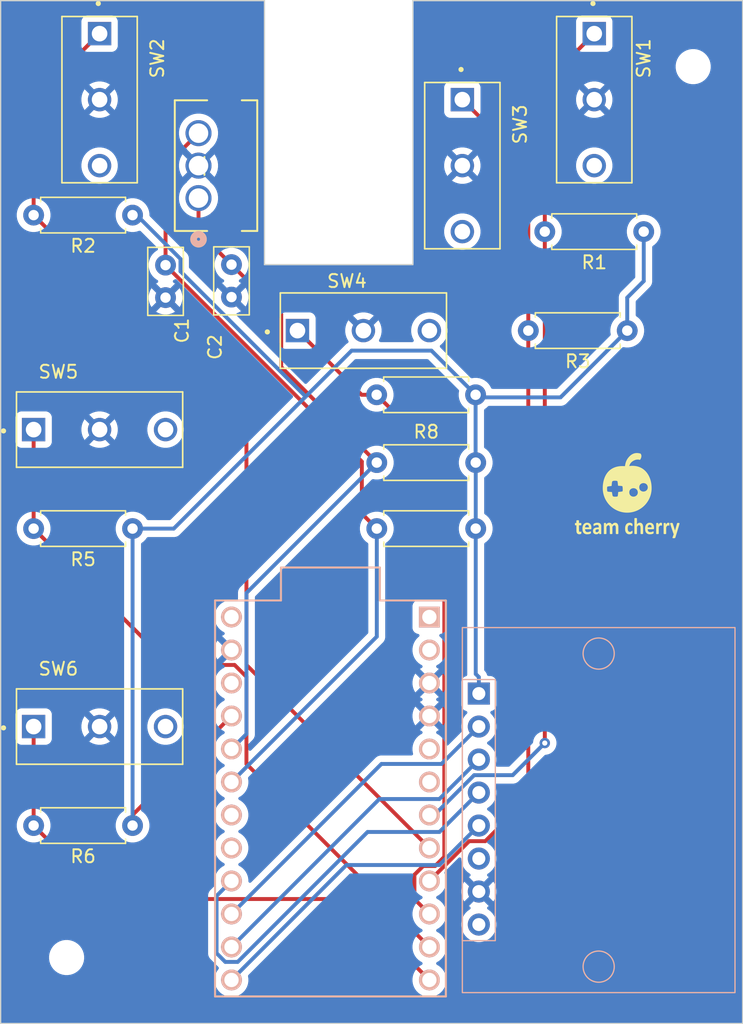
<source format=kicad_pcb>
(kicad_pcb (version 20241229) (generator "pcbnew") (generator_version "9.0")
  (layers (0 "F.Cu" signal) (2 "B.Cu" signal) (13 "F.Paste" user) (15 "B.Paste" user) (5 "F.SilkS" user "F.Silkscreen") (7 "B.SilkS" user "B.Silkscreen") (1 "F.Mask" user) (3 "B.Mask" user) (25 "Edge.Cuts" user))
  (net 0 "")
  (net 1 "GND")
  (net 2 "Net-(U1-F5)")
  (net 3 "Net-(U1-F4)")
  (net 4 "/IO 1")
  (net 5 "/5V Power")
  (net 6 "/IO 2")
  (net 7 "/IO 3")
  (net 8 "/IO 4")
  (net 9 "/IO 5")
  (net 10 "/IO 6")
  (net 11 "/SS")
  (net 12 "/SCK")
  (net 14 "/MOSI")
  (net 16 "/MISO")
  (footprint "D2F-01F:SW_D2F-01F" (layer "F.Cu") (at 116.84 104.14)
    (property "Reference" "SW6" (at -3.175 -4.445 0) (layer "F.SilkS"))
    (property "Value" "SW_Push")
    (pad "1" thru_hole rect (at -5.08 0) (size 1.8 1.8) (drill 1.2) (layers "*.Cu" "*.Mask") (net 10 "/IO 6"))
    (pad "2" thru_hole circle (at 0 0) (size 1.8 1.8) (drill 1.2) (layers "*.Cu" "*.Mask") (net 1 "GND"))
    (pad "3" thru_hole circle (at 5.08 0) (size 1.8 1.8) (drill 1.2) (layers "*.Cu" "*.Mask"))
  )
  (footprint "D2F-01F:SW_D2F-01F" (layer "F.Cu") (at 144.78 60.96 -90)
    (property "Reference" "SW3" (at -3.175 -4.445 90) (layer "F.SilkS"))
    (property "Value" "SW_Push")
    (pad "1" thru_hole rect (at -5.08 0 270) (size 1.8 1.8) (drill 1.2) (layers "*.Cu" "*.Mask") (net 7 "/IO 3"))
    (pad "2" thru_hole circle (at 0 0 270) (size 1.8 1.8) (drill 1.2) (layers "*.Cu" "*.Mask") (net 1 "GND"))
    (pad "3" thru_hole circle (at 5.08 0 270) (size 1.8 1.8) (drill 1.2) (layers "*.Cu" "*.Mask"))
  )
  (footprint "Resistor_THT:R_Axial_DIN0207_L6.3mm_D2.5mm_P7.62mm_Horizontal" (layer "F.Cu") (at 138.19 83.82)
    (property "Reference" "R8" (at 3.81 -2.37 0) (layer "F.SilkS"))
    (property "Value" "10k")
    (pad "1" thru_hole circle (at 0 0) (size 1.6 1.6) (drill 0.8) (layers "*.Cu" "*.Mask") (net 3 "Net-(U1-F4)"))
    (pad "2" thru_hole circle (at 7.62 0) (size 1.6 1.6) (drill 0.8) (layers "*.Cu" "*.Mask") (net 5 "/5V Power"))
  )
  (footprint "D2F-01F:SW_D2F-01F" (layer "F.Cu") (at 116.84 55.88 -90)
    (property "Reference" "SW2" (at -3.175 -4.445 90) (layer "F.SilkS"))
    (property "Value" "SW_Push")
    (pad "1" thru_hole rect (at -5.08 0 270) (size 1.8 1.8) (drill 1.2) (layers "*.Cu" "*.Mask") (net 6 "/IO 2"))
    (pad "2" thru_hole circle (at 0 0 270) (size 1.8 1.8) (drill 1.2) (layers "*.Cu" "*.Mask") (net 1 "GND"))
    (pad "3" thru_hole circle (at 5.08 0 270) (size 1.8 1.8) (drill 1.2) (layers "*.Cu" "*.Mask"))
  )
  (footprint "Resistor_THT:R_Axial_DIN0207_L6.3mm_D2.5mm_P7.62mm_Horizontal" (layer "F.Cu") (at 157.48 73.66 180)
    (property "Reference" "R3" (at 3.81 -2.37 0) (layer "F.SilkS"))
    (property "Value" "10k")
    (pad "1" thru_hole circle (at 0 0 180) (size 1.6 1.6) (drill 0.8) (layers "*.Cu" "*.Mask") (net 5 "/5V Power"))
    (pad "2" thru_hole circle (at 7.62 0 180) (size 1.6 1.6) (drill 0.8) (layers "*.Cu" "*.Mask") (net 7 "/IO 3"))
  )
  (footprint "Resistor_THT:R_Axial_DIN0207_L6.3mm_D2.5mm_P7.62mm_Horizontal" (layer "F.Cu") (at 145.8 78.6 180)
    (property "Reference" "R4" (hide yes))
    (property "Value" "10k")
    (pad "1" thru_hole circle (at 0 0 180) (size 1.6 1.6) (drill 0.8) (layers "*.Cu" "*.Mask") (net 5 "/5V Power"))
    (pad "2" thru_hole circle (at 7.62 0 180) (size 1.6 1.6) (drill 0.8) (layers "*.Cu" "*.Mask") (net 8 "/IO 4"))
  )
  (footprint "D2F-01F:SW_D2F-01F" (layer "F.Cu") (at 116.84 81.28)
    (property "Reference" "SW5" (at -3.175 -4.445 0) (layer "F.SilkS"))
    (property "Value" "SW_Push")
    (pad "1" thru_hole rect (at -5.08 0) (size 1.8 1.8) (drill 1.2) (layers "*.Cu" "*.Mask") (net 9 "/IO 5"))
    (pad "2" thru_hole circle (at 0 0) (size 1.8 1.8) (drill 1.2) (layers "*.Cu" "*.Mask") (net 1 "GND"))
    (pad "3" thru_hole circle (at 5.08 0) (size 1.8 1.8) (drill 1.2) (layers "*.Cu" "*.Mask"))
  )
  (footprint "D2F-01F:SW_D2F-01F" (layer "F.Cu") (at 137.16 73.66)
    (property "Reference" "SW4" (at -1.27 -3.81 0) (layer "F.SilkS"))
    (property "Value" "SW_Push")
    (pad "1" thru_hole rect (at -5.08 0) (size 1.8 1.8) (drill 1.2) (layers "*.Cu" "*.Mask") (net 8 "/IO 4"))
    (pad "2" thru_hole circle (at 0 0) (size 1.8 1.8) (drill 1.2) (layers "*.Cu" "*.Mask") (net 1 "GND"))
    (pad "3" thru_hole circle (at 5.08 0) (size 1.8 1.8) (drill 1.2) (layers "*.Cu" "*.Mask"))
  )
  (footprint "EC10E1220501:CONN03_EC10E_9P8X6P1_ALPS" (layer "F.Cu") (at 124.46 63.46 90)
    (property "Reference" "J1" (at 2.5 0 90) (layer "F.SilkS"))
    (property "Value" "EC10E1220501")
    (pad "1" thru_hole circle (at 0 0 90) (size 2.0066 2.0066) (drill 1.4986) (layers "*.Cu" "*.Mask") (net 3 "Net-(U1-F4)"))
    (pad "2" thru_hole circle (at 2.5 0 90) (size 2.0066 2.0066) (drill 1.4986) (layers "*.Cu" "*.Mask") (net 1 "GND"))
    (pad "3" thru_hole circle (at 5 0 90) (size 2.0066 2.0066) (drill 1.4986) (layers "*.Cu" "*.Mask") (net 2 "Net-(U1-F5)"))
    (pad "4" smd rect (at -1.999999 2.000001 90) (size 1.8034 2.0066) (layers "F.Cu" "F.Mask" "F.Paste"))
    (pad "5" smd rect (at 6.999999 2.000001 90) (size 1.8034 2.0066) (layers "F.Cu" "F.Mask" "F.Paste"))
  )
  (footprint "Resistor_THT:R_Axial_DIN0207_L6.3mm_D2.5mm_P7.62mm_Horizontal" (layer "F.Cu") (at 119.38 111.76 180)
    (property "Reference" "R6" (at 3.81 -2.37 0) (layer "F.SilkS"))
    (property "Value" "10k")
    (pad "1" thru_hole circle (at 0 0 180) (size 1.6 1.6) (drill 0.8) (layers "*.Cu" "*.Mask") (net 5 "/5V Power"))
    (pad "2" thru_hole circle (at 7.62 0 180) (size 1.6 1.6) (drill 0.8) (layers "*.Cu" "*.Mask") (net 10 "/IO 6"))
  )
  (footprint "D2F-01F:SW_D2F-01F" (layer "F.Cu") (at 154.94 55.88 -90)
    (property "Reference" "SW1" (at -3.175 -3.81 90) (layer "F.SilkS"))
    (property "Value" "SW_Push")
    (pad "1" thru_hole rect (at -5.08 0 270) (size 1.8 1.8) (drill 1.2) (layers "*.Cu" "*.Mask") (net 4 "/IO 1"))
    (pad "2" thru_hole circle (at 0 0 270) (size 1.8 1.8) (drill 1.2) (layers "*.Cu" "*.Mask") (net 1 "GND"))
    (pad "3" thru_hole circle (at 5.08 0 270) (size 1.8 1.8) (drill 1.2) (layers "*.Cu" "*.Mask"))
  )
  (footprint "MountingHole:MountingHole_2.2mm_M2" (layer "F.Cu") (at 162.56 53.34)
    (property "Reference" "REF**" (hide yes))
    (property "Value" "MountingHole_2.2mm_M2" (hide yes))
    (pad "" np_thru_hole circle (at 0 0) (size 2.2 2.2) (drill 2.2) (layers "*.Cu" "*.Mask"))
  )
  (footprint "LOGO" (layer "F.Cu") (at 157.48 86.36)
    (property "Reference" "G***" (hide yes))
    (property "Value" "LOGO" (hide yes))
  )
  (footprint "Capacitor_THT:C_Disc_D5.0mm_W2.5mm_P2.50mm" (layer "F.Cu") (at 127 71.08 90)
    (property "Reference" "C2" (at -3.85 -1.27 90) (layer "F.SilkS"))
    (property "Value" "0.1uF")
    (pad "1" thru_hole circle (at 0 0 90) (size 1.6 1.6) (drill 0.8) (layers "*.Cu" "*.Mask") (net 1 "GND"))
    (pad "2" thru_hole circle (at 2.5 0 90) (size 1.6 1.6) (drill 0.8) (layers "*.Cu" "*.Mask") (net 3 "Net-(U1-F4)"))
  )
  (footprint "MountingHole:MountingHole_2.2mm_M2" (layer "F.Cu") (at 114.3 121.92)
    (property "Reference" "REF**" (hide yes))
    (property "Value" "MountingHole_2.2mm_M2")
    (pad "" np_thru_hole circle (at 0 0) (size 2.2 2.2) (drill 2.2) (layers "*.Cu" "*.Mask"))
  )
  (footprint "Resistor_THT:R_Axial_DIN0207_L6.3mm_D2.5mm_P7.62mm_Horizontal" (layer "F.Cu") (at 119.38 88.9 180)
    (property "Reference" "R5" (at 3.81 -2.37 0) (layer "F.SilkS"))
    (property "Value" "10k")
    (pad "1" thru_hole circle (at 0 0 180) (size 1.6 1.6) (drill 0.8) (layers "*.Cu" "*.Mask") (net 5 "/5V Power"))
    (pad "2" thru_hole circle (at 7.62 0 180) (size 1.6 1.6) (drill 0.8) (layers "*.Cu" "*.Mask") (net 9 "/IO 5"))
  )
  (footprint "Resistor_THT:R_Axial_DIN0207_L6.3mm_D2.5mm_P7.62mm_Horizontal" (layer "F.Cu") (at 138.19 88.9)
    (property "Reference" "R7" (hide yes))
    (property "Value" "10k")
    (pad "1" thru_hole circle (at 0 0) (size 1.6 1.6) (drill 0.8) (layers "*.Cu" "*.Mask") (net 2 "Net-(U1-F5)"))
    (pad "2" thru_hole circle (at 7.62 0) (size 1.6 1.6) (drill 0.8) (layers "*.Cu" "*.Mask") (net 5 "/5V Power"))
  )
  (footprint "Resistor_THT:R_Axial_DIN0207_L6.3mm_D2.5mm_P7.62mm_Horizontal" (layer "F.Cu") (at 119.38 64.77 180)
    (property "Reference" "R2" (at 3.81 -2.37 0) (layer "F.SilkS"))
    (property "Value" "10k")
    (pad "1" thru_hole circle (at 0 0 180) (size 1.6 1.6) (drill 0.8) (layers "*.Cu" "*.Mask") (net 5 "/5V Power"))
    (pad "2" thru_hole circle (at 7.62 0 180) (size 1.6 1.6) (drill 0.8) (layers "*.Cu" "*.Mask") (net 6 "/IO 2"))
  )
  (footprint "Capacitor_THT:C_Disc_D5.0mm_W2.5mm_P2.50mm" (layer "F.Cu") (at 121.92 68.62 -90)
    (property "Reference" "C1" (at 5.04 -1.27 90) (layer "F.SilkS"))
    (property "Value" "0.1uF")
    (pad "1" thru_hole circle (at 0 0 270) (size 1.6 1.6) (drill 0.8) (layers "*.Cu" "*.Mask") (net 2 "Net-(U1-F5)"))
    (pad "2" thru_hole circle (at 2.5 0 270) (size 1.6 1.6) (drill 0.8) (layers "*.Cu" "*.Mask") (net 1 "GND"))
  )
  (footprint "Resistor_THT:R_Axial_DIN0207_L6.3mm_D2.5mm_P7.62mm_Horizontal" (layer "F.Cu") (at 158.75 66.04 180)
    (property "Reference" "R1" (at 3.81 -2.37 0) (layer "F.SilkS"))
    (property "Value" "10k")
    (pad "1" thru_hole circle (at 0 0 180) (size 1.6 1.6) (drill 0.8) (layers "*.Cu" "*.Mask") (net 5 "/5V Power"))
    (pad "2" thru_hole circle (at 7.62 0 180) (size 1.6 1.6) (drill 0.8) (layers "*.Cu" "*.Mask") (net 4 "/IO 1"))
  )
  (footprint "PMW NEW:PMW3389_Module" (layer "B.Cu") (at 144.78 96.52)
    (property "Reference" "Sensor1" (hide yes))
    (property "Value" "~")
    (pad "1" thru_hole rect (at 1.27 5.08) (size 1.7 1.7) (drill 1) (layers "*.Cu" "*.Mask") (net 5 "/5V Power"))
    (pad "2" thru_hole circle (at 1.27 7.62) (size 1.7 1.7) (drill 1) (layers "*.Cu" "*.Mask") (net 16 "/MISO"))
    (pad "3" thru_hole circle (at 1.27 10.16) (size 1.7 1.7) (drill 1) (layers "*.Cu" "*.Mask") (net 14 "/MOSI"))
    (pad "4" thru_hole circle (at 1.27 12.7) (size 1.7 1.7) (drill 1) (layers "*.Cu" "*.Mask") (net 12 "/SCK"))
    (pad "5" thru_hole circle (at 1.27 15.24) (size 1.7 1.7) (drill 1) (layers "*.Cu" "*.Mask") (net 11 "/SS"))
    (pad "6" thru_hole circle (at 1.27 17.78) (size 1.7 1.7) (drill 1) (layers "*.Cu" "*.Mask"))
    (pad "7" thru_hole circle (at 1.27 20.32) (size 1.7 1.7) (drill 1) (layers "*.Cu" "*.Mask") (net 1 "GND"))
    (pad "8" thru_hole circle (at 1.27 22.86) (size 1.7 1.7) (drill 1) (layers "*.Cu" "*.Mask"))
  )
  (footprint "promicro:ProMicro" (layer "B.Cu") (at 134.62 109.676087 -90)
    (property "Reference" "U1" (hide yes))
    (property "Value" "ProMicro")
    (pad "1" thru_hole rect (at -13.97 -7.62 270) (size 1.6 1.6) (drill 1.1) (layers "*.Cu" "*.Mask" "B.SilkS"))
    (pad "2" thru_hole circle (at -11.43 -7.62 270) (size 1.6 1.6) (drill 1.1) (layers "*.Cu" "*.Mask" "B.SilkS"))
    (pad "3" thru_hole circle (at -8.89 -7.62 270) (size 1.6 1.6) (drill 1.1) (layers "*.Cu" "*.Mask" "B.SilkS") (net 1 "GND"))
    (pad "4" thru_hole circle (at -6.35 -7.62 270) (size 1.6 1.6) (drill 1.1) (layers "*.Cu" "*.Mask" "B.SilkS") (net 1 "GND"))
    (pad "5" thru_hole circle (at -3.81 -7.62 270) (size 1.6 1.6) (drill 1.1) (layers "*.Cu" "*.Mask" "B.SilkS"))
    (pad "6" thru_hole circle (at -1.27 -7.62 270) (size 1.6 1.6) (drill 1.1) (layers "*.Cu" "*.Mask" "B.SilkS"))
    (pad "7" thru_hole circle (at 1.27 -7.62 270) (size 1.6 1.6) (drill 1.1) (layers "*.Cu" "*.Mask" "B.SilkS") (net 4 "/IO 1"))
    (pad "8" thru_hole circle (at 3.81 -7.62 270) (size 1.6 1.6) (drill 1.1) (layers "*.Cu" "*.Mask" "B.SilkS") (net 6 "/IO 2"))
    (pad "9" thru_hole circle (at 6.35 -7.62 270) (size 1.6 1.6) (drill 1.1) (layers "*.Cu" "*.Mask" "B.SilkS") (net 7 "/IO 3"))
    (pad "10" thru_hole circle (at 8.89 -7.62 270) (size 1.6 1.6) (drill 1.1) (layers "*.Cu" "*.Mask" "B.SilkS") (net 8 "/IO 4"))
    (pad "11" thru_hole circle (at 11.43 -7.62 270) (size 1.6 1.6) (drill 1.1) (layers "*.Cu" "*.Mask" "B.SilkS") (net 9 "/IO 5"))
    (pad "12" thru_hole circle (at 13.97 -7.62 270) (size 1.6 1.6) (drill 1.1) (layers "*.Cu" "*.Mask" "B.SilkS") (net 10 "/IO 6"))
    (pad "13" thru_hole circle (at 13.97 7.62 270) (size 1.6 1.6) (drill 1.1) (layers "*.Cu" "*.Mask" "B.SilkS") (net 11 "/SS"))
    (pad "14" thru_hole circle (at 11.43 7.62 270) (size 1.6 1.6) (drill 1.1) (layers "*.Cu" "*.Mask" "B.SilkS") (net 14 "/MOSI"))
    (pad "15" thru_hole circle (at 8.89 7.62 270) (size 1.6 1.6) (drill 1.1) (layers "*.Cu" "*.Mask" "B.SilkS") (net 16 "/MISO"))
    (pad "16" thru_hole circle (at 6.35 7.62 270) (size 1.6 1.6) (drill 1.1) (layers "*.Cu" "*.Mask" "B.SilkS") (net 12 "/SCK"))
    (pad "17" thru_hole circle (at 3.81 7.62 270) (size 1.6 1.6) (drill 1.1) (layers "*.Cu" "*.Mask" "B.SilkS"))
    (pad "18" thru_hole circle (at 1.27 7.62 270) (size 1.6 1.6) (drill 1.1) (layers "*.Cu" "*.Mask" "B.SilkS"))
    (pad "19" thru_hole circle (at -1.27 7.62 270) (size 1.6 1.6) (drill 1.1) (layers "*.Cu" "*.Mask" "B.SilkS") (net 2 "Net-(U1-F5)"))
    (pad "20" thru_hole circle (at -3.81 7.62 270) (size 1.6 1.6) (drill 1.1) (layers "*.Cu" "*.Mask" "B.SilkS") (net 3 "Net-(U1-F4)"))
    (pad "21" thru_hole circle (at -6.35 7.62 270) (size 1.6 1.6) (drill 1.1) (layers "*.Cu" "*.Mask" "B.SilkS") (net 5 "/5V Power"))
    (pad "22" thru_hole circle (at -8.89 7.62 270) (size 1.6 1.6) (drill 1.1) (layers "*.Cu" "*.Mask" "B.SilkS"))
    (pad "23" thru_hole circle (at -11.43 7.62 270) (size 1.6 1.6) (drill 1.1) (layers "*.Cu" "*.Mask" "B.SilkS") (net 1 "GND"))
    (pad "24" thru_hole circle (at -13.97 7.62 270) (size 1.6 1.6) (drill 1.1) (layers "*.Cu" "*.Mask" "B.SilkS"))
  )
  (gr_line (start 166.37 48.26) (end 166.37 127) (stroke (width 0.1)) (layer "Edge.Cuts"))
  (gr_line (start 129.54 68.58) (end 140.97 68.58) (stroke (width 0.1)) (layer "Edge.Cuts"))
  (gr_line (start 140.97 48.26) (end 166.37 48.26) (stroke (width 0.1)) (layer "Edge.Cuts"))
  (gr_line (start 109.22 48.26) (end 129.54 48.26) (stroke (width 0.1)) (layer "Edge.Cuts"))
  (gr_line (start 140.97 68.58) (end 140.97 48.26) (stroke (width 0.1)) (layer "Edge.Cuts"))
  (gr_line (start 129.54 48.26) (end 129.54 68.58) (stroke (width 0.1)) (layer "Edge.Cuts"))
  (gr_line (start 109.22 127) (end 109.22 48.26) (stroke (width 0.1)) (layer "Edge.Cuts"))
  (gr_line (start 166.37 127) (end 109.22 127) (stroke (width 0.1)) (layer "Edge.Cuts"))
  (segment (start 142.872029 103.326087) (end 142.24 103.326087) (width 0.3) (layer "B.Cu") (net 1))
  (segment (start 121.92 68.62) (end 121.92 61) (width 0.3) (layer "F.Cu") (net 2))
  (segment (start 137.039 83.739) (end 121.92 68.62) (width 0.3) (layer "F.Cu") (net 2))
  (segment (start 137.039 87.749) (end 137.039 83.739) (width 0.3) (layer "F.Cu") (net 2))
  (segment (start 138.19 88.9) (end 137.039 87.749) (width 0.3) (layer "F.Cu") (net 2))
  (segment (start 121.92 61) (end 124.46 58.46) (width 0.3) (layer "F.Cu") (net 2))
  (segment (start 138.19 97.216087) (end 138.19 88.9) (width 0.3) (layer "B.Cu") (net 2))
  (segment (start 127 108.406087) (end 138.19 97.216087) (width 0.3) (layer "B.Cu") (net 2))
  (segment (start 124.46 66.04) (end 124.46 63.46) (width 0.3) (layer "F.Cu") (net 3))
  (segment (start 130.829 72.409) (end 127 68.58) (width 0.3) (layer "F.Cu") (net 3))
  (segment (start 130.829 76.459) (end 130.829 72.409) (width 0.3) (layer "F.Cu") (net 3))
  (segment (start 127 68.58) (end 124.46 66.04) (width 0.3) (layer "F.Cu") (net 3))
  (segment (start 138.19 83.82) (end 130.829 76.459) (width 0.3) (layer "F.Cu") (net 3))
  (segment (start 127 105.866087) (end 128.151 104.715087) (width 0.3) (layer "B.Cu") (net 3))
  (segment (start 128.151 93.859) (end 138.19 83.82) (width 0.3) (layer "B.Cu") (net 3))
  (segment (start 128.151 104.715087) (end 128.151 93.859) (width 0.3) (layer "B.Cu") (net 3))
  (segment (start 151.13 105.41) (end 151.13 66.04) (width 0.3) (layer "F.Cu") (net 4))
  (segment (start 151.13 54.61) (end 154.94 50.8) (width 0.3) (layer "F.Cu") (net 4))
  (segment (start 151.13 66.04) (end 151.13 54.61) (width 0.3) (layer "F.Cu") (net 4))
  (via (at 151.13 105.41) (size 0.8) (drill 0.4) (layers "F.Cu" "B.Cu") (net 4))
  (segment (start 142.625442 110.946087) (end 145.690529 107.881) (width 0.3) (layer "B.Cu") (net 4))
  (segment (start 145.690529 107.881) (end 148.659 107.881) (width 0.3) (layer "B.Cu") (net 4))
  (segment (start 148.659 107.881) (end 151.13 105.41) (width 0.3) (layer "B.Cu") (net 4))
  (segment (start 142.24 110.946087) (end 142.625442 110.946087) (width 0.3) (layer "B.Cu") (net 4))
  (segment (start 127 103.326087) (end 119.38 110.946087) (width 0.3) (layer "F.Cu") (net 5))
  (segment (start 119.38 110.946087) (end 119.38 111.76) (width 0.3) (layer "F.Cu") (net 5))
  (segment (start 145.8 83.81) (end 145.81 83.82) (width 0.3) (layer "B.Cu") (net 5))
  (segment (start 132.71424 78.74) (end 123.071 69.09676) (width 0.3) (layer "B.Cu") (net 5))
  (segment (start 142.4 75.2) (end 145.8 78.6) (width 0.3) (layer "B.Cu") (net 5))
  (segment (start 145.8 78.6) (end 146 78.8) (width 0.3) (layer "B.Cu") (net 5))
  (segment (start 158.75 69.85) (end 158.75 66.04) (width 0.3) (layer "B.Cu") (net 5))
  (segment (start 157.48 71.12) (end 158.75 69.85) (width 0.3) (layer "B.Cu") (net 5))
  (segment (start 146.05 101.6) (end 146.05 100.33) (width 0.3) (layer "B.Cu") (net 5))
  (segment (start 136.25424 75.2) (end 142.4 75.2) (width 0.3) (layer "B.Cu") (net 5))
  (segment (start 119.38 110.946087) (end 119.38 111.76) (width 0.3) (layer "B.Cu") (net 5))
  (segment (start 119.38 88.9) (end 122.55424 88.9) (width 0.3) (layer "B.Cu") (net 5))
  (segment (start 119.38 111.76) (end 119.38 88.9) (width 0.3) (layer "B.Cu") (net 5))
  (segment (start 119.69776 64.77) (end 119.38 64.77) (width 0.3) (layer "B.Cu") (net 5))
  (segment (start 146.05 100.33) (end 145.81 100.09) (width 0.3) (layer "B.Cu") (net 5))
  (segment (start 122.55424 88.9) (end 132.71424 78.74) (width 0.3) (layer "B.Cu") (net 5))
  (segment (start 157.48 73.66) (end 157.48 71.12) (width 0.3) (layer "B.Cu") (net 5))
  (segment (start 132.71424 78.74) (end 136.25424 75.2) (width 0.3) (layer "B.Cu") (net 5))
  (segment (start 152.34 78.8) (end 157.48 73.66) (width 0.3) (layer "B.Cu") (net 5))
  (segment (start 123.071 69.09676) (end 123.071 68.14324) (width 0.3) (layer "B.Cu") (net 5))
  (segment (start 145.81 83.82) (end 145.81 88.9) (width 0.3) (layer "B.Cu") (net 5))
  (segment (start 123.071 68.14324) (end 119.69776 64.77) (width 0.3) (layer "B.Cu") (net 5))
  (segment (start 145.8 78.6) (end 145.8 83.81) (width 0.3) (layer "B.Cu") (net 5))
  (segment (start 145.81 100.09) (end 145.81 88.9) (width 0.3) (layer "B.Cu") (net 5))
  (segment (start 146 78.8) (end 152.34 78.8) (width 0.3) (layer "B.Cu") (net 5))
  (segment (start 142.24 113.486087) (end 128.151 99.397087) (width 0.3) (layer "F.Cu") (net 6))
  (segment (start 111.76 64.77) (end 111.76 55.88) (width 0.3) (layer "F.Cu") (net 6))
  (segment (start 128.151 99.397087) (end 128.151 81.161) (width 0.3) (layer "F.Cu") (net 6))
  (segment (start 128.151 81.161) (end 111.76 64.77) (width 0.3) (layer "F.Cu") (net 6))
  (segment (start 111.76 55.88) (end 116.84 50.8) (width 0.3) (layer "F.Cu") (net 6))
  (segment (start 146.547471 112.961) (end 149.86 109.648471) (width 0.3) (layer "F.Cu") (net 7))
  (segment (start 142.24 116.026087) (end 145.305087 112.961) (width 0.3) (layer "F.Cu") (net 7))
  (segment (start 145.305087 112.961) (end 146.547471 112.961) (width 0.3) (layer "F.Cu") (net 7))
  (segment (start 144.78 55.88) (end 149.86 60.96) (width 0.3) (layer "F.Cu") (net 7))
  (segment (start 149.86 109.648471) (end 149.86 73.66) (width 0.3) (layer "F.Cu") (net 7))
  (segment (start 149.86 60.96) (end 149.86 73.66) (width 0.3) (layer "F.Cu") (net 7))
  (segment (start 143.391 114.166567) (end 143.391 83.811) (width 0.3) (layer "F.Cu") (net 8))
  (segment (start 137.02 78.6) (end 132.08 73.66) (width 0.3) (layer "F.Cu") (net 8))
  (segment (start 142.24 118.566087) (end 141.089 117.415087) (width 0.3) (layer "F.Cu") (net 8))
  (segment (start 141.089 115.549327) (end 141.76324 114.875087) (width 0.3) (layer "F.Cu") (net 8))
  (segment (start 143.391 83.811) (end 138.18 78.6) (width 0.3) (layer "F.Cu") (net 8))
  (segment (start 142.68248 114.875087) (end 143.391 114.166567) (width 0.3) (layer "F.Cu") (net 8))
  (segment (start 141.089 117.415087) (end 141.089 115.549327) (width 0.3) (layer "F.Cu") (net 8))
  (segment (start 141.76324 114.875087) (end 142.68248 114.875087) (width 0.3) (layer "F.Cu") (net 8))
  (segment (start 138.18 78.6) (end 137.02 78.6) (width 0.3) (layer "F.Cu") (net 8))
  (segment (start 128.151 100.309327) (end 127.23876 99.397087) (width 0.3) (layer "F.Cu") (net 9))
  (segment (start 128.151 107.017087) (end 128.151 100.309327) (width 0.3) (layer "F.Cu") (net 9))
  (segment (start 122.257087 99.397087) (end 111.76 88.9) (width 0.3) (layer "F.Cu") (net 9))
  (segment (start 111.76 81.28) (end 111.76 88.9) (width 0.3) (layer "F.Cu") (net 9))
  (segment (start 127.23876 99.397087) (end 122.257087 99.397087) (width 0.3) (layer "F.Cu") (net 9))
  (segment (start 142.24 121.106087) (end 128.151 107.017087) (width 0.3) (layer "F.Cu") (net 9))
  (segment (start 111.76 104.14) (end 111.76 111.76) (width 0.3) (layer "F.Cu") (net 10))
  (segment (start 136.009 117.415087) (end 117.415087 117.415087) (width 0.3) (layer "F.Cu") (net 10))
  (segment (start 117.415087 117.415087) (end 111.76 111.76) (width 0.3) (layer "F.Cu") (net 10))
  (segment (start 142.24 123.646087) (end 136.009 117.415087) (width 0.3) (layer "F.Cu") (net 10))
  (segment (start 143.012529 114.797471) (end 146.05 111.76) (width 0.3) (layer "B.Cu") (net 11))
  (segment (start 135.848616 114.797471) (end 143.012529 114.797471) (width 0.3) (layer "B.Cu") (net 11))
  (segment (start 127 123.646087) (end 135.848616 114.797471) (width 0.3) (layer "B.Cu") (net 11))
  (segment (start 127 116.026087) (end 125.849 117.177087) (width 0.3) (layer "B.Cu") (net 12))
  (segment (start 125.849 121.582847) (end 126.52324 122.257087) (width 0.3) (layer "B.Cu") (net 12))
  (segment (start 126.52324 122.257087) (end 127.47676 122.257087) (width 0.3) (layer "B.Cu") (net 12))
  (segment (start 137.481367 112.25248) (end 143.01752 112.25248) (width 0.3) (layer "B.Cu") (net 12))
  (segment (start 125.849 117.177087) (end 125.849 121.582847) (width 0.3) (layer "B.Cu") (net 12))
  (segment (start 143.01752 112.25248) (end 146.05 109.22) (width 0.3) (layer "B.Cu") (net 12))
  (segment (start 127.47676 122.257087) (end 137.481367 112.25248) (width 0.3) (layer "B.Cu") (net 12))
  (segment (start 127 121.106087) (end 138.388616 109.717471) (width 0.3) (layer "B.Cu") (net 14))
  (segment (start 143.012529 109.717471) (end 146.05 106.68) (width 0.3) (layer "B.Cu") (net 14))
  (segment (start 138.388616 109.717471) (end 143.012529 109.717471) (width 0.3) (layer "B.Cu") (net 14))
  (segment (start 138.549 107.017087) (end 143.172913 107.017087) (width 0.3) (layer "B.Cu") (net 16))
  (segment (start 127 118.566087) (end 138.549 107.017087) (width 0.3) (layer "B.Cu") (net 16))
  (segment (start 143.172913 107.017087) (end 146.05 104.14) (width 0.3) (layer "B.Cu") (net 16))
  (zone (net 1) (net_name "GND") (layer "B.Cu") (connect_pads (clearance 0.5)) (min_thickness 0.25) (fill yes (thermal_gap 0.5) (thermal_bridge_width 0.5))
    (polygon (pts (xy 166.37 48.26) (xy 166.37 127) (xy 109.22 127) (xy 109.22 48.26) (xy 129.54 48.26) (xy 129.54 58.42) (xy 129.54 68.58) (xy 140.97 68.58) (xy 140.97 48.26)))
  )
)
</source>
